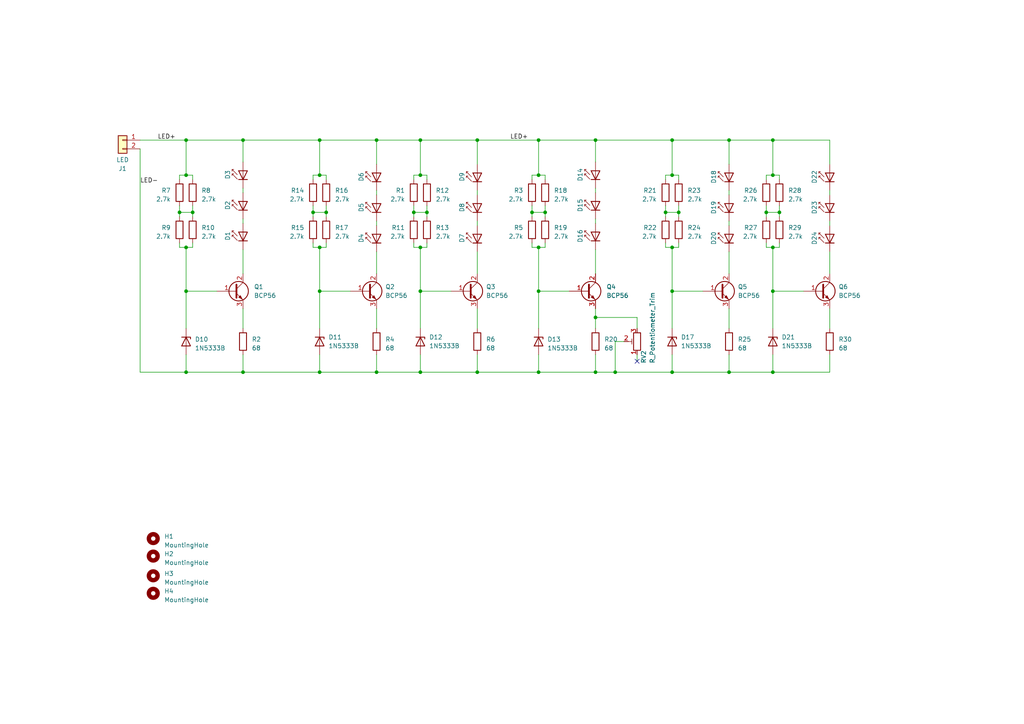
<source format=kicad_sch>
(kicad_sch (version 20231120) (generator "eeschema") (generator_version "8.0")
  (paper "A4")
  (title_block (title "brake light") (date "2024-06-01") (rev "1.0.0") (company "SUFST-Southampton University Formula Student Team") (comment 1 "STAG X") (comment 2 "Borhan Abdali"))
  (lib_symbols
    (symbol "Connector_Generic:Conn_01x02" (pin_names (offset 1.016) hide)
      (property "Reference" "J" (at 0 2.54 0))
      (property "Value" "Conn_01x02" (at 0 -5.08 0))
      (symbol "Conn_01x02_1_1"
        (rectangle (start -1.27 -2.413) (end 0 -2.667) (stroke (width 0.1524)))
        (rectangle (start -1.27 0.127) (end 0 -0.127) (stroke (width 0.1524)))
        (rectangle (start -1.27 1.27) (end 1.27 -3.81) (stroke (width 0.254)) (fill (type background)))
        (pin passive line (at -5.08 0 0) (length 3.81) (name "Pin_1") (number "1"))
        (pin passive line (at -5.08 -2.54 0) (length 3.81) (name "Pin_2") (number "2"))
      )
    )
    (symbol "Device:R" (pin_numbers hide) (pin_names (offset 0))
      (property "Reference" "R" (at 2.032 0 90))
      (property "Value" "R" (at 0 0 90))
      (symbol "R_0_1"
        (rectangle (start -1.016 -2.54) (end 1.016 2.54) (stroke (width 0.254)))
      )
      (symbol "R_1_1"
        (pin passive line (at 0 3.81 270) (length 1.27) (name "~") (number "1"))
        (pin passive line (at 0 -3.81 90) (length 1.27) (name "~") (number "2"))
      )
    )
    (symbol "Device:R_Potentiometer_Trim" (pin_names (offset 1.016) hide)
      (property "Reference" "RV" (at -4.445 0 90))
      (property "Value" "R_Potentiometer_Trim" (at -2.54 0 90))
      (symbol "R_Potentiometer_Trim_0_1"
        (polyline (pts (xy 1.524 0.762) (xy 1.524 -0.762)))
        (polyline (pts (xy 2.54 0) (xy 1.524 0)))
        (rectangle (start 1.016 2.54) (end -1.016 -2.54) (stroke (width 0.254)))
      )
      (symbol "R_Potentiometer_Trim_1_1"
        (pin passive line (at 0 3.81 270) (length 1.27) (name "1") (number "1"))
        (pin passive line (at 3.81 0 180) (length 1.27) (name "2") (number "2"))
        (pin passive line (at 0 -3.81 90) (length 1.27) (name "3") (number "3"))
      )
    )
    (symbol "Diode:1N53xxB" (pin_numbers hide) (pin_names hide)
      (property "Reference" "D" (at 0 2.54 0))
      (property "Value" "1N53xxB" (at 0 -2.54 0))
      (symbol "1N53xxB_0_1"
        (polyline (pts (xy 1.27 0) (xy -1.27 0)))
        (polyline (pts (xy -1.27 -1.27) (xy -1.27 1.27) (xy -0.762 1.27)) (stroke (width 0.254)))
        (polyline (pts (xy 1.27 -1.27) (xy 1.27 1.27) (xy -1.27 0) (xy 1.27 -1.27)) (stroke (width 0.254)))
      )
      (symbol "1N53xxB_1_1"
        (pin passive line (at -3.81 0 0) (length 2.54) (name "K") (number "1"))
        (pin passive line (at 3.81 0 180) (length 2.54) (name "A") (number "2"))
      )
    )
    (symbol "LED:IR204A" (pin_numbers hide) (pin_names (offset 1.016) hide)
      (property "Reference" "D" (at 0.508 1.778 0))
      (property "Value" "IR204A" (at -1.016 -2.794 0))
      (symbol "IR204A_0_1"
        (polyline (pts (xy -2.54 1.27) (xy -2.54 -1.27)) (stroke (width 0.254)))
        (polyline (pts (xy 0 0) (xy -2.54 0)))
        (polyline (pts (xy 0.381 3.175) (xy -0.127 3.175)))
        (polyline (pts (xy -1.143 1.651) (xy 0.381 3.175) (xy 0.381 2.667)))
        (polyline (pts (xy 0 1.27) (xy -2.54 0) (xy 0 -1.27) (xy 0 1.27)) (stroke (width 0.254)))
        (polyline (pts (xy -2.413 1.651) (xy -0.889 3.175) (xy -0.889 2.667) (xy -0.889 3.175) (xy -1.397 3.175)))
      )
      (symbol "IR204A_1_1"
        (pin passive line (at -5.08 0 0) (length 2.54) (name "K") (number "1"))
        (pin passive line (at 2.54 0 180) (length 2.54) (name "A") (number "2"))
      )
    )
    (symbol "Mechanical:MountingHole" (pin_names (offset 1.016))
      (property "Reference" "H" (at 0 5.08 0))
      (property "Value" "MountingHole" (at 0 3.175 0))
      (symbol "MountingHole_0_1"
        (circle (center 0 0) (radius 1.27) (stroke (width 1.27)))
      )
    )
    (symbol "Transistor_BJT:BCP56" (pin_names (offset 0) hide)
      (property "Reference" "Q" (at 5.08 1.905 0))
      (property "Value" "BCP56" (at 5.08 0 0))
      (symbol "BCP56_0_1"
        (polyline (pts (xy 0.635 0.635) (xy 2.54 2.54)))
        (polyline (pts (xy 0.635 -0.635) (xy 2.54 -2.54) (xy 2.54 -2.54)))
        (polyline (pts (xy 0.635 1.905) (xy 0.635 -1.905) (xy 0.635 -1.905)) (stroke (width 0.508)))
        (polyline (pts (xy 1.27 -1.778) (xy 1.778 -1.27) (xy 2.286 -2.286) (xy 1.27 -1.778) (xy 1.27 -1.778)) (fill (type outline)))
        (circle (center 1.27 0) (radius 2.8194) (stroke (width 0.254)))
      )
      (symbol "BCP56_1_1"
        (pin input line (at -5.08 0 0) (length 5.715) (name "B") (number "1"))
        (pin passive line (at 2.54 5.08 270) (length 2.54) (name "C") (number "2"))
        (pin passive line (at 2.54 -5.08 90) (length 2.54) (name "E") (number "3"))
        (pin passive line (at 2.54 5.08 270) (length 2.54) hide (name "C") (number "4"))
      )
    )
  )
  (junction (at 156.21 84.455))
  (junction (at 121.92 107.95))
  (junction (at 224.155 71.755))
  (junction (at 156.21 107.95))
  (junction (at 92.71 50.8))
  (junction (at 53.975 84.455))
  (junction (at 121.92 40.64))
  (junction (at 156.21 71.755))
  (junction (at 121.92 50.8))
  (junction (at 92.71 40.64))
  (junction (at 178.435 107.95))
  (junction (at 53.975 50.8))
  (junction (at 224.155 50.8))
  (junction (at 194.945 71.755))
  (junction (at 138.43 107.95))
  (junction (at 121.92 71.755))
  (junction (at 194.945 84.455))
  (junction (at 53.975 40.64))
  (junction (at 92.71 71.755))
  (junction (at 211.455 107.95))
  (junction (at 222.25 61.595))
  (junction (at 224.155 107.95))
  (junction (at 123.825 61.595))
  (junction (at 172.72 107.95))
  (junction (at 172.72 40.64))
  (junction (at 226.06 61.595))
  (junction (at 138.43 40.64))
  (junction (at 92.71 84.455))
  (junction (at 90.805 61.595))
  (junction (at 109.22 40.64))
  (junction (at 196.85 61.595))
  (junction (at 156.21 40.64))
  (junction (at 194.945 40.64))
  (junction (at 121.92 84.455))
  (junction (at 70.485 107.95))
  (junction (at 193.04 61.595))
  (junction (at 211.455 40.64))
  (junction (at 158.115 61.595))
  (junction (at 224.155 84.455))
  (junction (at 55.88 61.595))
  (junction (at 120.015 61.595))
  (junction (at 156.21 50.8))
  (junction (at 53.975 71.755))
  (junction (at 224.155 40.64))
  (junction (at 52.07 61.595))
  (junction (at 94.615 61.595))
  (junction (at 172.72 92.075))
  (junction (at 92.71 107.95))
  (junction (at 194.945 50.8))
  (junction (at 70.485 40.64))
  (junction (at 109.22 107.95))
  (junction (at 194.945 107.95))
  (junction (at 53.975 107.95))
  (junction (at 154.305 61.595))
  (no_connect (at 184.785 104.775))
  (wire (pts (xy 94.615 59.69) (xy 94.615 61.595)))
  (wire (pts (xy 156.21 84.455) (xy 165.1 84.455)))
  (wire (pts (xy 180.975 99.06) (xy 178.435 99.06)))
  (wire (pts (xy 138.43 56.515) (xy 138.43 55.245)))
  (wire (pts (xy 172.72 92.075) (xy 172.72 95.25)))
  (wire (pts (xy 224.155 107.95) (xy 240.665 107.95)))
  (wire (pts (xy 138.43 73.025) (xy 138.43 79.375)))
  (wire (pts (xy 172.72 89.535) (xy 172.72 92.075)))
  (wire (pts (xy 184.785 104.775) (xy 184.785 102.87)))
  (wire (pts (xy 70.485 72.39) (xy 70.485 79.375)))
  (wire (pts (xy 121.92 84.455) (xy 130.81 84.455)))
  (wire (pts (xy 194.945 40.64) (xy 211.455 40.64)))
  (wire (pts (xy 226.06 70.485) (xy 226.06 71.755)))
  (wire (pts (xy 53.975 107.95) (xy 53.975 102.87)))
  (wire (pts (xy 92.71 107.95) (xy 109.22 107.95)))
  (wire (pts (xy 53.975 71.755) (xy 55.88 71.755)))
  (wire (pts (xy 194.945 40.64) (xy 194.945 50.8)))
  (wire (pts (xy 123.825 50.8) (xy 123.825 52.07)))
  (wire (pts (xy 92.71 84.455) (xy 92.71 95.25)))
  (wire (pts (xy 70.485 64.77) (xy 70.485 63.5)))
  (wire (pts (xy 226.06 59.69) (xy 226.06 61.595)))
  (wire (pts (xy 193.04 61.595) (xy 196.85 61.595)))
  (wire (pts (xy 40.64 107.95) (xy 53.975 107.95)))
  (wire (pts (xy 138.43 40.64) (xy 156.21 40.64)))
  (wire (pts (xy 240.665 56.515) (xy 240.665 55.245)))
  (wire (pts (xy 121.92 102.87) (xy 121.92 107.95)))
  (wire (pts (xy 154.305 61.595) (xy 154.305 62.865)))
  (wire (pts (xy 92.71 50.8) (xy 94.615 50.8)))
  (wire (pts (xy 224.155 84.455) (xy 224.155 95.25)))
  (wire (pts (xy 211.455 56.515) (xy 211.455 55.245)))
  (wire (pts (xy 90.805 50.8) (xy 92.71 50.8)))
  (wire (pts (xy 178.435 107.95) (xy 172.72 107.95)))
  (wire (pts (xy 224.155 40.64) (xy 240.665 40.64)))
  (wire (pts (xy 109.22 73.025) (xy 109.22 79.375)))
  (wire (pts (xy 109.22 65.405) (xy 109.22 64.135)))
  (wire (pts (xy 240.665 102.87) (xy 240.665 107.95)))
  (wire (pts (xy 172.72 102.87) (xy 172.72 107.95)))
  (wire (pts (xy 172.72 55.88) (xy 172.72 54.61)))
  (wire (pts (xy 193.04 70.485) (xy 193.04 71.755)))
  (wire (pts (xy 193.04 59.69) (xy 193.04 61.595)))
  (wire (pts (xy 52.07 50.8) (xy 53.975 50.8)))
  (wire (pts (xy 52.07 59.69) (xy 52.07 61.595)))
  (wire (pts (xy 123.825 59.69) (xy 123.825 61.595)))
  (wire (pts (xy 240.665 89.535) (xy 240.665 95.25)))
  (wire (pts (xy 52.07 70.485) (xy 52.07 71.755)))
  (wire (pts (xy 222.25 61.595) (xy 226.06 61.595)))
  (wire (pts (xy 222.25 61.595) (xy 222.25 62.865)))
  (wire (pts (xy 70.485 89.535) (xy 70.485 95.25)))
  (wire (pts (xy 222.25 70.485) (xy 222.25 71.755)))
  (wire (pts (xy 240.665 40.64) (xy 240.665 47.625)))
  (wire (pts (xy 194.945 71.755) (xy 196.85 71.755)))
  (wire (pts (xy 94.615 70.485) (xy 94.615 71.755)))
  (wire (pts (xy 90.805 59.69) (xy 90.805 61.595)))
  (wire (pts (xy 53.975 84.455) (xy 53.975 95.25)))
  (wire (pts (xy 123.825 61.595) (xy 123.825 62.865)))
  (wire (pts (xy 92.71 71.755) (xy 94.615 71.755)))
  (wire (pts (xy 92.71 71.755) (xy 92.71 84.455)))
  (wire (pts (xy 109.22 89.535) (xy 109.22 95.25)))
  (wire (pts (xy 109.22 56.515) (xy 109.22 55.245)))
  (wire (pts (xy 211.455 65.405) (xy 211.455 64.135)))
  (wire (pts (xy 40.64 40.64) (xy 53.975 40.64)))
  (wire (pts (xy 240.665 73.025) (xy 240.665 79.375)))
  (wire (pts (xy 194.945 71.755) (xy 194.945 84.455)))
  (wire (pts (xy 193.04 61.595) (xy 193.04 62.865)))
  (wire (pts (xy 92.71 84.455) (xy 101.6 84.455)))
  (wire (pts (xy 158.115 59.69) (xy 158.115 61.595)))
  (wire (pts (xy 158.115 70.485) (xy 158.115 71.755)))
  (wire (pts (xy 226.06 50.8) (xy 226.06 52.07)))
  (wire (pts (xy 52.07 61.595) (xy 52.07 62.865)))
  (wire (pts (xy 222.25 50.8) (xy 224.155 50.8)))
  (wire (pts (xy 193.04 50.8) (xy 194.945 50.8)))
  (wire (pts (xy 172.72 72.39) (xy 172.72 79.375)))
  (wire (pts (xy 193.04 71.755) (xy 194.945 71.755)))
  (wire (pts (xy 109.22 40.64) (xy 121.92 40.64)))
  (wire (pts (xy 222.25 50.8) (xy 222.25 52.07)))
  (wire (pts (xy 52.07 61.595) (xy 55.88 61.595)))
  (wire (pts (xy 193.04 52.07) (xy 193.04 50.8)))
  (wire (pts (xy 211.455 107.95) (xy 224.155 107.95)))
  (wire (pts (xy 194.945 50.8) (xy 196.85 50.8)))
  (wire (pts (xy 70.485 40.64) (xy 92.71 40.64)))
  (wire (pts (xy 138.43 107.95) (xy 156.21 107.95)))
  (wire (pts (xy 52.07 50.8) (xy 52.07 52.07)))
  (wire (pts (xy 121.92 71.755) (xy 121.92 84.455)))
  (wire (pts (xy 90.805 70.485) (xy 90.805 71.755)))
  (wire (pts (xy 121.92 50.8) (xy 123.825 50.8)))
  (wire (pts (xy 184.785 95.25) (xy 184.785 92.075)))
  (wire (pts (xy 158.115 61.595) (xy 158.115 62.865)))
  (wire (pts (xy 90.805 61.595) (xy 90.805 62.865)))
  (wire (pts (xy 156.21 71.755) (xy 156.21 84.455)))
  (wire (pts (xy 120.015 50.8) (xy 120.015 52.07)))
  (wire (pts (xy 90.805 52.07) (xy 90.805 50.8)))
  (wire (pts (xy 222.25 71.755) (xy 224.155 71.755)))
  (wire (pts (xy 211.455 40.64) (xy 224.155 40.64)))
  (wire (pts (xy 121.92 71.755) (xy 123.825 71.755)))
  (wire (pts (xy 53.975 40.64) (xy 70.485 40.64)))
  (wire (pts (xy 194.945 84.455) (xy 194.945 95.25)))
  (wire (pts (xy 154.305 70.485) (xy 154.305 71.755)))
  (wire (pts (xy 222.25 59.69) (xy 222.25 61.595)))
  (wire (pts (xy 154.305 59.69) (xy 154.305 61.595)))
  (wire (pts (xy 194.945 107.95) (xy 211.455 107.95)))
  (wire (pts (xy 40.64 43.18) (xy 40.64 107.95)))
  (wire (pts (xy 196.85 50.8) (xy 196.85 52.07)))
  (wire (pts (xy 154.305 50.8) (xy 156.21 50.8)))
  (wire (pts (xy 92.71 40.64) (xy 92.71 50.8)))
  (wire (pts (xy 224.155 84.455) (xy 233.045 84.455)))
  (wire (pts (xy 55.88 70.485) (xy 55.88 71.755)))
  (wire (pts (xy 196.85 59.69) (xy 196.85 61.595)))
  (wire (pts (xy 172.72 64.77) (xy 172.72 63.5)))
  (wire (pts (xy 120.015 61.595) (xy 123.825 61.595)))
  (wire (pts (xy 156.21 107.95) (xy 156.21 102.87)))
  (wire (pts (xy 172.72 40.64) (xy 194.945 40.64)))
  (wire (pts (xy 211.455 73.025) (xy 211.455 79.375)))
  (wire (pts (xy 172.72 40.64) (xy 172.72 46.99)))
  (wire (pts (xy 211.455 102.87) (xy 211.455 107.95)))
  (wire (pts (xy 70.485 40.64) (xy 70.485 46.99)))
  (wire (pts (xy 156.21 50.8) (xy 158.115 50.8)))
  (wire (pts (xy 70.485 55.88) (xy 70.485 54.61)))
  (wire (pts (xy 158.115 50.8) (xy 158.115 52.07)))
  (wire (pts (xy 92.71 102.87) (xy 92.71 107.95)))
  (wire (pts (xy 53.975 50.8) (xy 55.88 50.8)))
  (wire (pts (xy 154.305 50.8) (xy 154.305 52.07)))
  (wire (pts (xy 184.785 92.075) (xy 172.72 92.075)))
  (wire (pts (xy 224.155 102.87) (xy 224.155 107.95)))
  (wire (pts (xy 123.825 70.485) (xy 123.825 71.755)))
  (wire (pts (xy 90.805 61.595) (xy 94.615 61.595)))
  (wire (pts (xy 121.92 40.64) (xy 138.43 40.64)))
  (wire (pts (xy 70.485 107.95) (xy 53.975 107.95)))
  (wire (pts (xy 94.615 50.8) (xy 94.615 52.07)))
  (wire (pts (xy 196.85 61.595) (xy 196.85 62.865)))
  (wire (pts (xy 70.485 107.95) (xy 92.71 107.95)))
  (wire (pts (xy 121.92 84.455) (xy 121.92 95.25)))
  (wire (pts (xy 156.21 71.755) (xy 158.115 71.755)))
  (wire (pts (xy 138.43 89.535) (xy 138.43 95.25)))
  (wire (pts (xy 138.43 65.405) (xy 138.43 64.135)))
  (wire (pts (xy 138.43 40.64) (xy 138.43 47.625)))
  (wire (pts (xy 109.22 107.95) (xy 121.92 107.95)))
  (wire (pts (xy 109.22 40.64) (xy 109.22 47.625)))
  (wire (pts (xy 53.975 84.455) (xy 62.865 84.455)))
  (wire (pts (xy 120.015 59.69) (xy 120.015 61.595)))
  (wire (pts (xy 94.615 61.595) (xy 94.615 62.865)))
  (wire (pts (xy 154.305 71.755) (xy 156.21 71.755)))
  (wire (pts (xy 224.155 50.8) (xy 226.06 50.8)))
  (wire (pts (xy 55.88 50.8) (xy 55.88 52.07)))
  (wire (pts (xy 178.435 99.06) (xy 178.435 107.95)))
  (wire (pts (xy 156.21 84.455) (xy 156.21 95.25)))
  (wire (pts (xy 224.155 71.755) (xy 224.155 84.455)))
  (wire (pts (xy 194.945 84.455) (xy 203.835 84.455)))
  (wire (pts (xy 121.92 40.64) (xy 121.92 50.8)))
  (wire (pts (xy 156.21 40.64) (xy 156.21 50.8)))
  (wire (pts (xy 226.06 61.595) (xy 226.06 62.865)))
  (wire (pts (xy 196.85 70.485) (xy 196.85 71.755)))
  (wire (pts (xy 120.015 70.485) (xy 120.015 71.755)))
  (wire (pts (xy 92.71 40.64) (xy 109.22 40.64)))
  (wire (pts (xy 121.92 107.95) (xy 138.43 107.95)))
  (wire (pts (xy 55.88 59.69) (xy 55.88 61.595)))
  (wire (pts (xy 53.975 71.755) (xy 53.975 84.455)))
  (wire (pts (xy 240.665 65.405) (xy 240.665 64.135)))
  (wire (pts (xy 138.43 102.87) (xy 138.43 107.95)))
  (wire (pts (xy 55.88 61.595) (xy 55.88 62.865)))
  (wire (pts (xy 120.015 71.755) (xy 121.92 71.755)))
  (wire (pts (xy 154.305 61.595) (xy 158.115 61.595)))
  (wire (pts (xy 178.435 107.95) (xy 194.945 107.95)))
  (wire (pts (xy 53.975 40.64) (xy 53.975 50.8)))
  (wire (pts (xy 109.22 102.87) (xy 109.22 107.95)))
  (wire (pts (xy 224.155 71.755) (xy 226.06 71.755)))
  (wire (pts (xy 211.455 89.535) (xy 211.455 95.25)))
  (wire (pts (xy 172.72 107.95) (xy 156.21 107.95)))
  (wire (pts (xy 194.945 102.87) (xy 194.945 107.95)))
  (wire (pts (xy 120.015 61.595) (xy 120.015 62.865)))
  (wire (pts (xy 156.21 40.64) (xy 172.72 40.64)))
  (wire (pts (xy 70.485 102.87) (xy 70.485 107.95)))
  (wire (pts (xy 52.07 71.755) (xy 53.975 71.755)))
  (wire (pts (xy 211.455 40.64) (xy 211.455 47.625)))
  (wire (pts (xy 90.805 71.755) (xy 92.71 71.755)))
  (wire (pts (xy 120.015 50.8) (xy 121.92 50.8)))
  (wire (pts (xy 224.155 40.64) (xy 224.155 50.8)))
  (label "LED+" (at 147.955 40.64 0))
  (label "LED-" (at 40.64 53.34 0))
  (label "LED+" (at 45.72 40.64 0))
  (symbol (lib_id "Mechanical:MountingHole") (at 44.45 172.085 0) (unit 1)
    (property "Reference" "H4" (at 47.625 171.45 0) (effects (justify left)))
    (property "Value" "MountingHole" (at 47.625 173.99 0) (effects (justify left)))
    (property "Footprint" "MountingHole:MountingHole_3.2mm_M3" (effects (hide yes)))
  )
  (symbol (lib_id "Transistor_BJT:BCP56") (at 67.945 84.455 0) (unit 1)
    (property "Reference" "Q1" (at 73.66 83.185 0) (effects (justify left)))
    (property "Value" "BCP56" (at 73.66 85.725 0) (effects (justify left)))
    (property "Footprint" "Package_TO_SOT_SMD:SOT-223" (effects (hide yes)))
    (property "Datasheet" "https://www.nxp.com/docs/en/data-sheet/BCP56_BCX56_BC56PA.pdf" (effects (hide yes)))
  )
  (symbol (lib_id "Device:R") (at 158.115 55.88 0) (unit 1)
    (property "Reference" "R18" (at 160.655 55.245 0) (effects (justify left)))
    (property "Value" "2.7k" (at 160.655 57.785 0) (effects (justify left)))
    (property "Footprint" "Resistor_SMD:R_0805_2012Metric" (effects (hide yes)))
  )
  (symbol (lib_id "Device:R") (at 226.06 66.675 0) (unit 1)
    (property "Reference" "R29" (at 228.6 66.04 0) (effects (justify left)))
    (property "Value" "2.7k" (at 228.6 68.58 0) (effects (justify left)))
    (property "Footprint" "Resistor_SMD:R_0805_2012Metric" (effects (hide yes)))
  )
  (symbol (lib_id "Device:R") (at 109.22 99.06 0) (unit 1)
    (property "Reference" "R4" (at 111.76 98.425 0) (effects (justify left)))
    (property "Value" "68" (at 111.76 100.965 0) (effects (justify left)))
    (property "Footprint" "Resistor_SMD:R_0805_2012Metric" (effects (hide yes)))
  )
  (symbol (lib_id "Device:R") (at 94.615 55.88 0) (unit 1)
    (property "Reference" "R16" (at 97.155 55.245 0) (effects (justify left)))
    (property "Value" "2.7k" (at 97.155 57.785 0) (effects (justify left)))
    (property "Footprint" "Resistor_SMD:R_0805_2012Metric" (effects (hide yes)))
  )
  (symbol (lib_id "Device:R") (at 240.665 99.06 0) (unit 1)
    (property "Reference" "R30" (at 243.205 98.425 0) (effects (justify left)))
    (property "Value" "68" (at 243.205 100.965 0) (effects (justify left)))
    (property "Footprint" "Resistor_SMD:R_0805_2012Metric" (effects (hide yes)))
  )
  (symbol (lib_id "LED:IR204A") (at 138.43 59.055 90) (unit 1)
    (property "Reference" "D8" (at 133.985 60.198 0))
    (property "Value" "KR-SITQA1.23" (effects (hide yes)))
    (property "Footprint" "SUFST:KR-SITQA1.23_reflow" (effects (hide yes)))
    (property "Datasheet" "http://www.everlight.com/file/ProductFile/IR204-A.pdf" (effects (hide yes)))
  )
  (symbol (lib_id "LED:IR204A") (at 211.455 59.055 90) (unit 1)
    (property "Reference" "D19" (at 207.01 60.198 0))
    (property "Value" "KR-SITQA1.23" (effects (hide yes)))
    (property "Footprint" "SUFST:KR-SITQA1.23_reflow" (effects (hide yes)))
    (property "Datasheet" "http://www.everlight.com/file/ProductFile/IR204-A.pdf" (effects (hide yes)))
  )
  (symbol (lib_id "LED:IR204A") (at 70.485 58.42 90) (unit 1)
    (property "Reference" "D2" (at 66.04 59.563 0))
    (property "Value" "KR-SITQA1.23" (effects (hide yes)))
    (property "Footprint" "SUFST:KR-SITQA1.23_reflow" (effects (hide yes)))
    (property "Datasheet" "http://www.everlight.com/file/ProductFile/IR204-A.pdf" (effects (hide yes)))
  )
  (symbol (lib_id "Diode:1N53xxB") (at 121.92 99.06 270) (unit 1)
    (property "Reference" "D12" (at 124.46 97.79 90) (effects (justify left)))
    (property "Value" "1N5333B" (at 124.46 100.33 90) (effects (justify left)))
    (property "Footprint" "Diode_SMD:D_SOD-123F" (effects (hide yes)))
    (property "Datasheet" "https://diotec.com/tl_files/diotec/files/pdf/datasheets/1n5345b.pdf" (effects (hide yes)))
  )
  (symbol (lib_id "Device:R") (at 120.015 66.675 0) (mirror y) (unit 1)
    (property "Reference" "R11" (at 117.475 66.04 0) (effects (justify left)))
    (property "Value" "2.7k" (at 117.475 68.58 0) (effects (justify left)))
    (property "Footprint" "Resistor_SMD:R_0805_2012Metric" (effects (hide yes)))
  )
  (symbol (lib_id "LED:IR204A") (at 172.72 67.31 90) (unit 1)
    (property "Reference" "D16" (at 168.275 68.453 0))
    (property "Value" "KR-SITQA1.23" (effects (hide yes)))
    (property "Footprint" "SUFST:KR-SITQA1.23_reflow" (effects (hide yes)))
    (property "Datasheet" "http://www.everlight.com/file/ProductFile/IR204-A.pdf" (effects (hide yes)))
  )
  (symbol (lib_id "Device:R") (at 172.72 99.06 0) (unit 1)
    (property "Reference" "R20" (at 175.26 98.425 0) (effects (justify left)))
    (property "Value" "68" (at 175.26 100.965 0) (effects (justify left)))
    (property "Footprint" "Resistor_SMD:R_0805_2012Metric" (effects (hide yes)))
  )
  (symbol (lib_id "Device:R") (at 123.825 55.88 0) (unit 1)
    (property "Reference" "R12" (at 126.365 55.245 0) (effects (justify left)))
    (property "Value" "2.7k" (at 126.365 57.785 0) (effects (justify left)))
    (property "Footprint" "Resistor_SMD:R_0805_2012Metric" (effects (hide yes)))
  )
  (symbol (lib_id "Device:R") (at 55.88 66.675 0) (unit 1)
    (property "Reference" "R10" (at 58.42 66.04 0) (effects (justify left)))
    (property "Value" "2.7k" (at 58.42 68.58 0) (effects (justify left)))
    (property "Footprint" "Resistor_SMD:R_0805_2012Metric" (effects (hide yes)))
  )
  (symbol (lib_id "Device:R") (at 193.04 55.88 0) (mirror y) (unit 1)
    (property "Reference" "R21" (at 190.5 55.245 0) (effects (justify left)))
    (property "Value" "2.7k" (at 190.5 57.785 0) (effects (justify left)))
    (property "Footprint" "Resistor_SMD:R_0805_2012Metric" (effects (hide yes)))
  )
  (symbol (lib_id "Device:R") (at 154.305 55.88 0) (mirror y) (unit 1)
    (property "Reference" "R3" (at 151.765 55.245 0) (effects (justify left)))
    (property "Value" "2.7k" (at 151.765 57.785 0) (effects (justify left)))
    (property "Footprint" "Resistor_SMD:R_0805_2012Metric" (effects (hide yes)))
  )
  (symbol (lib_id "Device:R") (at 222.25 55.88 0) (mirror y) (unit 1)
    (property "Reference" "R26" (at 219.71 55.245 0) (effects (justify left)))
    (property "Value" "2.7k" (at 219.71 57.785 0) (effects (justify left)))
    (property "Footprint" "Resistor_SMD:R_0805_2012Metric" (effects (hide yes)))
  )
  (symbol (lib_id "LED:IR204A") (at 109.22 50.165 90) (unit 1)
    (property "Reference" "D6" (at 104.775 51.308 0))
    (property "Value" "KR-SITQA1.23" (effects (hide yes)))
    (property "Footprint" "SUFST:KR-SITQA1.23_reflow" (effects (hide yes)))
    (property "Datasheet" "http://www.everlight.com/file/ProductFile/IR204-A.pdf" (effects (hide yes)))
  )
  (symbol (lib_id "LED:IR204A") (at 109.22 67.945 90) (unit 1)
    (property "Reference" "D4" (at 104.775 69.088 0))
    (property "Value" "KR-SITQA1.23" (effects (hide yes)))
    (property "Footprint" "SUFST:KR-SITQA1.23_reflow" (effects (hide yes)))
    (property "Datasheet" "http://www.everlight.com/file/ProductFile/IR204-A.pdf" (effects (hide yes)))
  )
  (symbol (lib_id "Mechanical:MountingHole") (at 44.45 161.29 0) (unit 1)
    (property "Reference" "H2" (at 47.625 160.655 0) (effects (justify left)))
    (property "Value" "MountingHole" (at 47.625 163.195 0) (effects (justify left)))
    (property "Footprint" "MountingHole:MountingHole_3.2mm_M3" (effects (hide yes)))
  )
  (symbol (lib_id "Device:R") (at 196.85 66.675 0) (unit 1)
    (property "Reference" "R24" (at 199.39 66.04 0) (effects (justify left)))
    (property "Value" "2.7k" (at 199.39 68.58 0) (effects (justify left)))
    (property "Footprint" "Resistor_SMD:R_0805_2012Metric" (effects (hide yes)))
  )
  (symbol (lib_id "LED:IR204A") (at 240.665 50.165 90) (unit 1)
    (property "Reference" "D22" (at 236.22 51.308 0))
    (property "Value" "KR-SITQA1.23" (effects (hide yes)))
    (property "Footprint" "SUFST:KR-SITQA1.23_reflow" (effects (hide yes)))
    (property "Datasheet" "http://www.everlight.com/file/ProductFile/IR204-A.pdf" (effects (hide yes)))
  )
  (symbol (lib_id "LED:IR204A") (at 172.72 58.42 90) (unit 1)
    (property "Reference" "D15" (at 168.275 59.563 0))
    (property "Value" "KR-SITQA1.23" (effects (hide yes)))
    (property "Footprint" "SUFST:KR-SITQA1.23_reflow" (effects (hide yes)))
    (property "Datasheet" "http://www.everlight.com/file/ProductFile/IR204-A.pdf" (effects (hide yes)))
  )
  (symbol (lib_id "LED:IR204A") (at 240.665 67.945 90) (unit 1)
    (property "Reference" "D24" (at 236.22 69.088 0))
    (property "Value" "KR-SITQA1.23" (effects (hide yes)))
    (property "Footprint" "SUFST:KR-SITQA1.23_reflow" (effects (hide yes)))
    (property "Datasheet" "http://www.everlight.com/file/ProductFile/IR204-A.pdf" (effects (hide yes)))
  )
  (symbol (lib_id "Device:R_Potentiometer_Trim") (at 184.785 99.06 180) (unit 1)
    (property "Reference" "RV2" (at 186.69 105.41 90) (effects (justify right)))
    (property "Value" "R_Potentiometer_Trim" (at 189.23 105.41 90) (effects (justify right)))
    (property "Footprint" "Potentiometer_SMD:Potentiometer_Bourns_3224J_Horizontal" (effects (hide yes)))
  )
  (symbol (lib_id "Device:R") (at 52.07 66.675 0) (mirror y) (unit 1)
    (property "Reference" "R9" (at 49.53 66.04 0) (effects (justify left)))
    (property "Value" "2.7k" (at 49.53 68.58 0) (effects (justify left)))
    (property "Footprint" "Resistor_SMD:R_0805_2012Metric" (effects (hide yes)))
  )
  (symbol (lib_id "Device:R") (at 226.06 55.88 0) (unit 1)
    (property "Reference" "R28" (at 228.6 55.245 0) (effects (justify left)))
    (property "Value" "2.7k" (at 228.6 57.785 0) (effects (justify left)))
    (property "Footprint" "Resistor_SMD:R_0805_2012Metric" (effects (hide yes)))
  )
  (symbol (lib_id "Diode:1N53xxB") (at 92.71 99.06 270) (unit 1)
    (property "Reference" "D11" (at 95.25 97.79 90) (effects (justify left)))
    (property "Value" "1N5333B" (at 95.25 100.33 90) (effects (justify left)))
    (property "Footprint" "Diode_SMD:D_SOD-123F" (effects (hide yes)))
    (property "Datasheet" "https://diotec.com/tl_files/diotec/files/pdf/datasheets/1n5345b.pdf" (effects (hide yes)))
  )
  (symbol (lib_id "Mechanical:MountingHole") (at 44.45 167.005 0) (unit 1)
    (property "Reference" "H3" (at 47.625 166.37 0) (effects (justify left)))
    (property "Value" "MountingHole" (at 47.625 168.91 0) (effects (justify left)))
    (property "Footprint" "MountingHole:MountingHole_3.2mm_M3" (effects (hide yes)))
  )
  (symbol (lib_id "Transistor_BJT:BCP56") (at 238.125 84.455 0) (unit 1)
    (property "Reference" "Q6" (at 243.205 83.185 0) (effects (justify left)))
    (property "Value" "BCP56" (at 243.205 85.725 0) (effects (justify left)))
    (property "Footprint" "Package_TO_SOT_SMD:SOT-223" (effects (hide yes)))
    (property "Datasheet" "https://www.nxp.com/docs/en/data-sheet/BCP56_BCX56_BC56PA.pdf" (effects (hide yes)))
  )
  (symbol (lib_id "Device:R") (at 94.615 66.675 0) (unit 1)
    (property "Reference" "R17" (at 97.155 66.04 0) (effects (justify left)))
    (property "Value" "2.7k" (at 97.155 68.58 0) (effects (justify left)))
    (property "Footprint" "Resistor_SMD:R_0805_2012Metric" (effects (hide yes)))
  )
  (symbol (lib_id "Device:R") (at 52.07 55.88 0) (mirror y) (unit 1)
    (property "Reference" "R7" (at 49.53 55.245 0) (effects (justify left)))
    (property "Value" "2.7k" (at 49.53 57.785 0) (effects (justify left)))
    (property "Footprint" "Resistor_SMD:R_0805_2012Metric" (effects (hide yes)))
  )
  (symbol (lib_id "LED:IR204A") (at 70.485 67.31 90) (unit 1)
    (property "Reference" "D1" (at 66.04 68.453 0))
    (property "Value" "KR-SITQA1.23" (effects (hide yes)))
    (property "Footprint" "SUFST:KR-SITQA1.23_reflow" (effects (hide yes)))
    (property "Datasheet" "http://www.everlight.com/file/ProductFile/IR204-A.pdf" (effects (hide yes)))
  )
  (symbol (lib_id "Transistor_BJT:BCP56") (at 106.68 84.455 0) (unit 1)
    (property "Reference" "Q2" (at 111.76 83.185 0) (effects (justify left)))
    (property "Value" "BCP56" (at 111.76 85.725 0) (effects (justify left)))
    (property "Footprint" "Package_TO_SOT_SMD:SOT-223" (effects (hide yes)))
    (property "Datasheet" "https://www.nxp.com/docs/en/data-sheet/BCP56_BCX56_BC56PA.pdf" (effects (hide yes)))
  )
  (symbol (lib_id "LED:IR204A") (at 70.485 49.53 90) (unit 1)
    (property "Reference" "D3" (at 66.04 50.673 0))
    (property "Value" "KR-SITQA1.23" (effects (hide yes)))
    (property "Footprint" "SUFST:KR-SITQA1.23_reflow" (effects (hide yes)))
    (property "Datasheet" "http://www.everlight.com/file/ProductFile/IR204-A.pdf" (effects (hide yes)))
  )
  (symbol (lib_id "Device:R") (at 120.015 55.88 0) (mirror y) (unit 1)
    (property "Reference" "R1" (at 117.475 55.245 0) (effects (justify left)))
    (property "Value" "2.7k" (at 117.475 57.785 0) (effects (justify left)))
    (property "Footprint" "Resistor_SMD:R_0805_2012Metric" (effects (hide yes)))
  )
  (symbol (lib_id "Device:R") (at 90.805 66.675 0) (mirror y) (unit 1)
    (property "Reference" "R15" (at 88.265 66.04 0) (effects (justify left)))
    (property "Value" "2.7k" (at 88.265 68.58 0) (effects (justify left)))
    (property "Footprint" "Resistor_SMD:R_0805_2012Metric" (effects (hide yes)))
  )
  (symbol (lib_id "Device:R") (at 90.805 55.88 0) (mirror y) (unit 1)
    (property "Reference" "R14" (at 88.265 55.245 0) (effects (justify left)))
    (property "Value" "2.7k" (at 88.265 57.785 0) (effects (justify left)))
    (property "Footprint" "Resistor_SMD:R_0805_2012Metric" (effects (hide yes)))
  )
  (symbol (lib_id "Device:R") (at 193.04 66.675 0) (mirror y) (unit 1)
    (property "Reference" "R22" (at 190.5 66.04 0) (effects (justify left)))
    (property "Value" "2.7k" (at 190.5 68.58 0) (effects (justify left)))
    (property "Footprint" "Resistor_SMD:R_0805_2012Metric" (effects (hide yes)))
  )
  (symbol (lib_id "LED:IR204A") (at 211.455 67.945 90) (unit 1)
    (property "Reference" "D20" (at 207.01 69.088 0))
    (property "Value" "KR-SITQA1.23" (effects (hide yes)))
    (property "Footprint" "SUFST:KR-SITQA1.23_reflow" (effects (hide yes)))
    (property "Datasheet" "http://www.everlight.com/file/ProductFile/IR204-A.pdf" (effects (hide yes)))
  )
  (symbol (lib_id "LED:IR204A") (at 211.455 50.165 90) (unit 1)
    (property "Reference" "D18" (at 207.01 51.308 0))
    (property "Value" "KR-SITQA1.23" (effects (hide yes)))
    (property "Footprint" "SUFST:KR-SITQA1.23_reflow" (effects (hide yes)))
    (property "Datasheet" "http://www.everlight.com/file/ProductFile/IR204-A.pdf" (effects (hide yes)))
  )
  (symbol (lib_id "Transistor_BJT:BCP56") (at 170.18 84.455 0) (unit 1)
    (property "Reference" "Q4" (at 175.895 83.185 0) (effects (justify left)))
    (property "Value" "BCP56" (at 175.895 85.725 0) (effects (justify left)))
    (property "Footprint" "Package_TO_SOT_SMD:SOT-223" (effects (hide yes)))
    (property "Datasheet" "https://www.nxp.com/docs/en/data-sheet/BCP56_BCX56_BC56PA.pdf" (effects (hide yes)))
  )
  (symbol (lib_id "Diode:1N53xxB") (at 194.945 99.06 270) (unit 1)
    (property "Reference" "D17" (at 197.485 97.79 90) (effects (justify left)))
    (property "Value" "1N5333B" (at 197.485 100.33 90) (effects (justify left)))
    (property "Footprint" "Diode_SMD:D_SOD-123F" (effects (hide yes)))
    (property "Datasheet" "https://diotec.com/tl_files/diotec/files/pdf/datasheets/1n5345b.pdf" (effects (hide yes)))
  )
  (symbol (lib_id "Device:R") (at 70.485 99.06 0) (unit 1)
    (property "Reference" "R2" (at 73.025 98.425 0) (effects (justify left)))
    (property "Value" "68" (at 73.025 100.965 0) (effects (justify left)))
    (property "Footprint" "Resistor_SMD:R_0805_2012Metric" (effects (hide yes)))
  )
  (symbol (lib_id "Connector_Generic:Conn_01x02") (at 35.56 40.64 0) (mirror y) (unit 1)
    (property "Reference" "J1" (at 35.56 48.895 0))
    (property "Value" "LED" (at 35.56 46.355 0))
    (property "Footprint" "Connector_Molex:Molex_Micro-Fit_3.0_43650-0224_1x02-1MP_P3.00mm_Vertical" (effects (hide yes)))
  )
  (symbol (lib_id "Diode:1N53xxB") (at 156.21 99.06 270) (unit 1)
    (property "Reference" "D13" (at 158.75 98.425 90) (effects (justify left)))
    (property "Value" "1N5333B" (at 158.75 100.965 90) (effects (justify left)))
    (property "Footprint" "Diode_SMD:D_SOD-123F" (effects (hide yes)))
    (property "Datasheet" "https://diotec.com/tl_files/diotec/files/pdf/datasheets/1n5345b.pdf" (effects (hide yes)))
  )
  (symbol (lib_id "Device:R") (at 138.43 99.06 0) (unit 1)
    (property "Reference" "R6" (at 140.97 98.425 0) (effects (justify left)))
    (property "Value" "68" (at 140.97 100.965 0) (effects (justify left)))
    (property "Footprint" "Resistor_SMD:R_0805_2012Metric" (effects (hide yes)))
  )
  (symbol (lib_id "Diode:1N53xxB") (at 53.975 99.06 270) (unit 1)
    (property "Reference" "D10" (at 56.515 98.425 90) (effects (justify left)))
    (property "Value" "1N5333B" (at 56.515 100.965 90) (effects (justify left)))
    (property "Footprint" "Diode_SMD:D_SOD-123F" (effects (hide yes)))
    (property "Datasheet" "https://diotec.com/tl_files/diotec/files/pdf/datasheets/1n5345b.pdf" (effects (hide yes)))
  )
  (symbol (lib_id "Transistor_BJT:BCP56") (at 208.915 84.455 0) (unit 1)
    (property "Reference" "Q5" (at 213.995 83.185 0) (effects (justify left)))
    (property "Value" "BCP56" (at 213.995 85.725 0) (effects (justify left)))
    (property "Footprint" "Package_TO_SOT_SMD:SOT-223" (effects (hide yes)))
    (property "Datasheet" "https://www.nxp.com/docs/en/data-sheet/BCP56_BCX56_BC56PA.pdf" (effects (hide yes)))
  )
  (symbol (lib_id "Device:R") (at 123.825 66.675 0) (unit 1)
    (property "Reference" "R13" (at 126.365 66.04 0) (effects (justify left)))
    (property "Value" "2.7k" (at 126.365 68.58 0) (effects (justify left)))
    (property "Footprint" "Resistor_SMD:R_0805_2012Metric" (effects (hide yes)))
  )
  (symbol (lib_id "Device:R") (at 211.455 99.06 0) (unit 1)
    (property "Reference" "R25" (at 213.995 98.425 0) (effects (justify left)))
    (property "Value" "68" (at 213.995 100.965 0) (effects (justify left)))
    (property "Footprint" "Resistor_SMD:R_0805_2012Metric" (effects (hide yes)))
  )
  (symbol (lib_id "Device:R") (at 196.85 55.88 0) (unit 1)
    (property "Reference" "R23" (at 199.39 55.245 0) (effects (justify left)))
    (property "Value" "2.7k" (at 199.39 57.785 0) (effects (justify left)))
    (property "Footprint" "Resistor_SMD:R_0805_2012Metric" (effects (hide yes)))
  )
  (symbol (lib_id "LED:IR204A") (at 138.43 50.165 90) (unit 1)
    (property "Reference" "D9" (at 133.985 51.308 0))
    (property "Value" "KR-SITQA1.23" (effects (hide yes)))
    (property "Footprint" "SUFST:KR-SITQA1.23_reflow" (effects (hide yes)))
    (property "Datasheet" "http://www.everlight.com/file/ProductFile/IR204-A.pdf" (effects (hide yes)))
  )
  (symbol (lib_id "Transistor_BJT:BCP56") (at 135.89 84.455 0) (unit 1)
    (property "Reference" "Q3" (at 140.97 83.185 0) (effects (justify left)))
    (property "Value" "BCP56" (at 140.97 85.725 0) (effects (justify left)))
    (property "Footprint" "Package_TO_SOT_SMD:SOT-223" (effects (hide yes)))
    (property "Datasheet" "https://www.nxp.com/docs/en/data-sheet/BCP56_BCX56_BC56PA.pdf" (effects (hide yes)))
  )
  (symbol (lib_id "LED:IR204A") (at 138.43 67.945 90) (unit 1)
    (property "Reference" "D7" (at 133.985 69.088 0))
    (property "Value" "KR-SITQA1.23" (effects (hide yes)))
    (property "Footprint" "SUFST:KR-SITQA1.23_reflow" (effects (hide yes)))
    (property "Datasheet" "http://www.everlight.com/file/ProductFile/IR204-A.pdf" (effects (hide yes)))
  )
  (symbol (lib_id "Device:R") (at 222.25 66.675 0) (mirror y) (unit 1)
    (property "Reference" "R27" (at 219.71 66.04 0) (effects (justify left)))
    (property "Value" "2.7k" (at 219.71 68.58 0) (effects (justify left)))
    (property "Footprint" "Resistor_SMD:R_0805_2012Metric" (effects (hide yes)))
  )
  (symbol (lib_id "Device:R") (at 55.88 55.88 0) (unit 1)
    (property "Reference" "R8" (at 58.42 55.245 0) (effects (justify left)))
    (property "Value" "2.7k" (at 58.42 57.785 0) (effects (justify left)))
    (property "Footprint" "Resistor_SMD:R_0805_2012Metric" (effects (hide yes)))
  )
  (symbol (lib_id "Diode:1N53xxB") (at 224.155 99.06 270) (unit 1)
    (property "Reference" "D21" (at 226.695 97.79 90) (effects (justify left)))
    (property "Value" "1N5333B" (at 226.695 100.33 90) (effects (justify left)))
    (property "Footprint" "Diode_SMD:D_SOD-123F" (effects (hide yes)))
    (property "Datasheet" "https://diotec.com/tl_files/diotec/files/pdf/datasheets/1n5345b.pdf" (effects (hide yes)))
  )
  (symbol (lib_id "LED:IR204A") (at 109.22 59.055 90) (unit 1)
    (property "Reference" "D5" (at 104.775 60.198 0))
    (property "Value" "KR-SITQA1.23" (effects (hide yes)))
    (property "Footprint" "SUFST:KR-SITQA1.23_reflow" (effects (hide yes)))
    (property "Datasheet" "http://www.everlight.com/file/ProductFile/IR204-A.pdf" (effects (hide yes)))
  )
  (symbol (lib_id "LED:IR204A") (at 172.72 49.53 90) (unit 1)
    (property "Reference" "D14" (at 168.275 50.673 0))
    (property "Value" "KR-SITQA1.23" (effects (hide yes)))
    (property "Footprint" "SUFST:KR-SITQA1.23_reflow" (effects (hide yes)))
    (property "Datasheet" "http://www.everlight.com/file/ProductFile/IR204-A.pdf" (effects (hide yes)))
  )
  (symbol (lib_id "Device:R") (at 158.115 66.675 0) (unit 1)
    (property "Reference" "R19" (at 160.655 66.04 0) (effects (justify left)))
    (property "Value" "2.7k" (at 160.655 68.58 0) (effects (justify left)))
    (property "Footprint" "Resistor_SMD:R_0805_2012Metric" (effects (hide yes)))
  )
  (symbol (lib_id "Mechanical:MountingHole") (at 44.45 156.21 0) (unit 1)
    (property "Reference" "H1" (at 47.625 155.575 0) (effects (justify left)))
    (property "Value" "MountingHole" (at 47.625 158.115 0) (effects (justify left)))
    (property "Footprint" "MountingHole:MountingHole_3.2mm_M3" (effects (hide yes)))
  )
  (symbol (lib_id "Device:R") (at 154.305 66.675 0) (mirror y) (unit 1)
    (property "Reference" "R5" (at 151.765 66.04 0) (effects (justify left)))
    (property "Value" "2.7k" (at 151.765 68.58 0) (effects (justify left)))
    (property "Footprint" "Resistor_SMD:R_0805_2012Metric" (effects (hide yes)))
  )
  (symbol (lib_id "LED:IR204A") (at 240.665 59.055 90) (unit 1)
    (property "Reference" "D23" (at 236.22 60.198 0))
    (property "Value" "KR-SITQA1.23" (effects (hide yes)))
    (property "Footprint" "SUFST:KR-SITQA1.23_reflow" (effects (hide yes)))
    (property "Datasheet" "http://www.everlight.com/file/ProductFile/IR204-A.pdf" (effects (hide yes)))
  )
)
</source>
